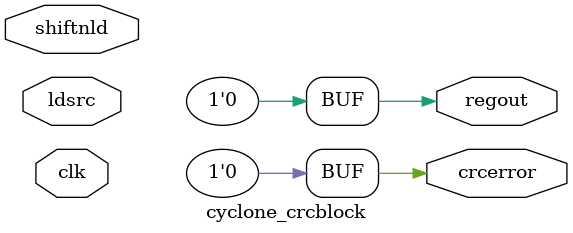
<source format=v>
module  cyclone_crcblock (
    clk,
    shiftnld,
   ldsrc,
    crcerror,
    regout);
input clk;
input shiftnld;
input ldsrc;
output crcerror;
output regout;
assign crcerror = 1'b0;
assign regout = 1'b0;
parameter oscillator_divider = 1;
parameter lpm_type = "cyclone_crcblock";
endmodule
</source>
